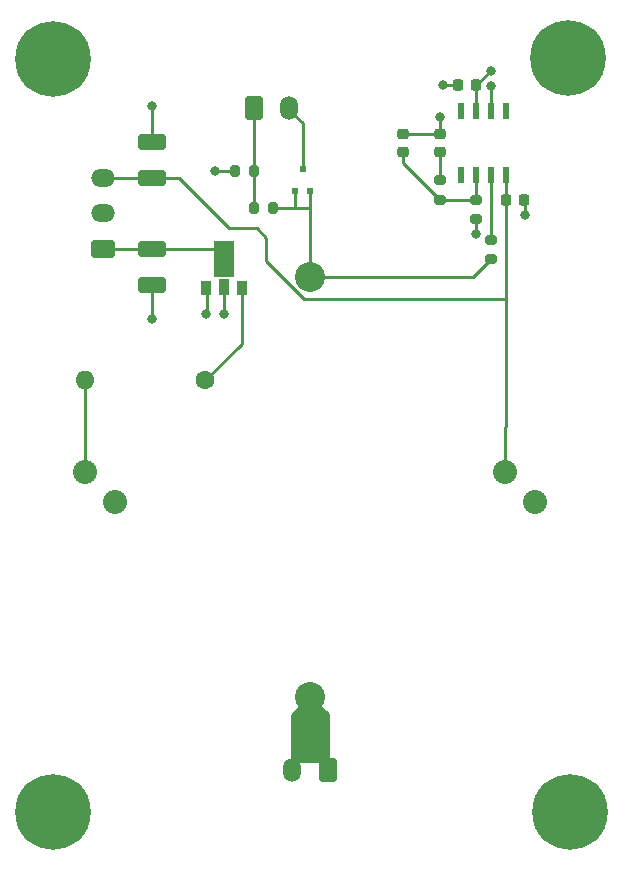
<source format=gbr>
%TF.GenerationSoftware,KiCad,Pcbnew,(6.0.11)*%
%TF.CreationDate,2023-03-01T11:44:21-05:00*%
%TF.ProjectId,DCT_HV_Widget,4443545f-4856-45f5-9769-646765742e6b,rev?*%
%TF.SameCoordinates,Original*%
%TF.FileFunction,Copper,L1,Top*%
%TF.FilePolarity,Positive*%
%FSLAX46Y46*%
G04 Gerber Fmt 4.6, Leading zero omitted, Abs format (unit mm)*
G04 Created by KiCad (PCBNEW (6.0.11)) date 2023-03-01 11:44:21*
%MOMM*%
%LPD*%
G01*
G04 APERTURE LIST*
G04 Aperture macros list*
%AMRoundRect*
0 Rectangle with rounded corners*
0 $1 Rounding radius*
0 $2 $3 $4 $5 $6 $7 $8 $9 X,Y pos of 4 corners*
0 Add a 4 corners polygon primitive as box body*
4,1,4,$2,$3,$4,$5,$6,$7,$8,$9,$2,$3,0*
0 Add four circle primitives for the rounded corners*
1,1,$1+$1,$2,$3*
1,1,$1+$1,$4,$5*
1,1,$1+$1,$6,$7*
1,1,$1+$1,$8,$9*
0 Add four rect primitives between the rounded corners*
20,1,$1+$1,$2,$3,$4,$5,0*
20,1,$1+$1,$4,$5,$6,$7,0*
20,1,$1+$1,$6,$7,$8,$9,0*
20,1,$1+$1,$8,$9,$2,$3,0*%
G04 Aperture macros list end*
%TA.AperFunction,SMDPad,CuDef*%
%ADD10RoundRect,0.225000X0.225000X0.250000X-0.225000X0.250000X-0.225000X-0.250000X0.225000X-0.250000X0*%
%TD*%
%TA.AperFunction,SMDPad,CuDef*%
%ADD11RoundRect,0.200000X-0.200000X-0.275000X0.200000X-0.275000X0.200000X0.275000X-0.200000X0.275000X0*%
%TD*%
%TA.AperFunction,SMDPad,CuDef*%
%ADD12RoundRect,0.200000X0.275000X-0.200000X0.275000X0.200000X-0.275000X0.200000X-0.275000X-0.200000X0*%
%TD*%
%TA.AperFunction,ComponentPad*%
%ADD13C,6.400000*%
%TD*%
%TA.AperFunction,SMDPad,CuDef*%
%ADD14RoundRect,0.250000X-0.925000X0.412500X-0.925000X-0.412500X0.925000X-0.412500X0.925000X0.412500X0*%
%TD*%
%TA.AperFunction,SMDPad,CuDef*%
%ADD15R,0.533400X1.460500*%
%TD*%
%TA.AperFunction,SMDPad,CuDef*%
%ADD16R,0.900000X1.300000*%
%TD*%
%TA.AperFunction,SMDPad,CuDef*%
%ADD17R,1.732000X3.125000*%
%TD*%
%TA.AperFunction,SMDPad,CuDef*%
%ADD18R,0.900000X1.475000*%
%TD*%
%TA.AperFunction,SMDPad,CuDef*%
%ADD19RoundRect,0.225000X0.250000X-0.225000X0.250000X0.225000X-0.250000X0.225000X-0.250000X-0.225000X0*%
%TD*%
%TA.AperFunction,SMDPad,CuDef*%
%ADD20RoundRect,0.200000X0.200000X0.275000X-0.200000X0.275000X-0.200000X-0.275000X0.200000X-0.275000X0*%
%TD*%
%TA.AperFunction,ComponentPad*%
%ADD21C,1.600000*%
%TD*%
%TA.AperFunction,ComponentPad*%
%ADD22O,1.600000X1.600000*%
%TD*%
%TA.AperFunction,ComponentPad*%
%ADD23RoundRect,0.250001X0.499999X0.759999X-0.499999X0.759999X-0.499999X-0.759999X0.499999X-0.759999X0*%
%TD*%
%TA.AperFunction,ComponentPad*%
%ADD24O,1.500000X2.020000*%
%TD*%
%TA.AperFunction,ComponentPad*%
%ADD25RoundRect,0.250001X0.759999X-0.499999X0.759999X0.499999X-0.759999X0.499999X-0.759999X-0.499999X0*%
%TD*%
%TA.AperFunction,ComponentPad*%
%ADD26O,2.020000X1.500000*%
%TD*%
%TA.AperFunction,ComponentPad*%
%ADD27RoundRect,0.250001X-0.499999X-0.759999X0.499999X-0.759999X0.499999X0.759999X-0.499999X0.759999X0*%
%TD*%
%TA.AperFunction,SMDPad,CuDef*%
%ADD28R,0.600000X0.550000*%
%TD*%
%TA.AperFunction,SMDPad,CuDef*%
%ADD29RoundRect,0.200000X-0.275000X0.200000X-0.275000X-0.200000X0.275000X-0.200000X0.275000X0.200000X0*%
%TD*%
%TA.AperFunction,ComponentPad*%
%ADD30C,2.032000*%
%TD*%
%TA.AperFunction,ComponentPad*%
%ADD31C,2.540000*%
%TD*%
%TA.AperFunction,ViaPad*%
%ADD32C,0.800000*%
%TD*%
%TA.AperFunction,Conductor*%
%ADD33C,0.250000*%
%TD*%
G04 APERTURE END LIST*
D10*
%TO.P,C4,1*%
%TO.N,/VP6*%
X174365000Y-76800000D03*
%TO.P,C4,2*%
%TO.N,GND*%
X172815000Y-76800000D03*
%TD*%
D11*
%TO.P,R1,1*%
%TO.N,/V_Control*%
X155575000Y-87200000D03*
%TO.P,R1,2*%
%TO.N,Net-(D1-Pad1)*%
X157225000Y-87200000D03*
%TD*%
D12*
%TO.P,R4,1*%
%TO.N,Net-(C2-Pad1)*%
X171300000Y-86500000D03*
%TO.P,R4,2*%
%TO.N,Net-(C1-Pad1)*%
X171300000Y-84850000D03*
%TD*%
D13*
%TO.P,H2,1,1*%
%TO.N,GND*%
X182200000Y-74500000D03*
%TD*%
D14*
%TO.P,C6,1*%
%TO.N,/VP6*%
X146950000Y-90650000D03*
%TO.P,C6,2*%
%TO.N,GND*%
X146950000Y-93725000D03*
%TD*%
D13*
%TO.P,H1,1,1*%
%TO.N,GND*%
X138525000Y-74600000D03*
%TD*%
%TO.P,H3,1,1*%
%TO.N,GND*%
X138525000Y-138375000D03*
%TD*%
D15*
%TO.P,U1,1,NULL*%
%TO.N,unconnected-(U1-Pad1)*%
X173095000Y-84424150D03*
%TO.P,U1,2,-IN*%
%TO.N,Net-(C2-Pad1)*%
X174365000Y-84424150D03*
%TO.P,U1,3,+IN*%
%TO.N,Net-(R6-Pad1)*%
X175635000Y-84424150D03*
%TO.P,U1,4,V-*%
%TO.N,/VM6*%
X176905000Y-84424150D03*
%TO.P,U1,5,NULL*%
%TO.N,unconnected-(U1-Pad5)*%
X176905000Y-78975850D03*
%TO.P,U1,6,OUT*%
%TO.N,Net-(C1-Pad2)*%
X175635000Y-78975850D03*
%TO.P,U1,7,V+*%
%TO.N,/VP6*%
X174365000Y-78975850D03*
%TO.P,U1,8,NC*%
%TO.N,unconnected-(U1-Pad8)*%
X173095000Y-78975850D03*
%TD*%
D16*
%TO.P,Q1,1,E*%
%TO.N,Net-(Q1-Pad1)*%
X154540000Y-93942500D03*
%TO.P,Q1,2,B*%
%TO.N,Net-(C1-Pad2)*%
X151550000Y-93942500D03*
D17*
%TO.P,Q1,3,C*%
%TO.N,/VP6*%
X153050000Y-91555000D03*
D18*
X153050000Y-93855000D03*
%TD*%
D19*
%TO.P,C1,1*%
%TO.N,Net-(C1-Pad1)*%
X171300000Y-82475000D03*
%TO.P,C1,2*%
%TO.N,Net-(C1-Pad2)*%
X171300000Y-80925000D03*
%TD*%
D20*
%TO.P,R3,1*%
%TO.N,/V_Control*%
X155575000Y-84100000D03*
%TO.P,R3,2*%
%TO.N,GND*%
X153925000Y-84100000D03*
%TD*%
D13*
%TO.P,H4,1,1*%
%TO.N,GND*%
X182300000Y-138300000D03*
%TD*%
D21*
%TO.P,R5,1*%
%TO.N,Net-(Q1-Pad1)*%
X151465000Y-101800000D03*
D22*
%TO.P,R5,2*%
%TO.N,Net-(R5-Pad2)*%
X141305000Y-101800000D03*
%TD*%
D23*
%TO.P,J3,1,Pin_1*%
%TO.N,/HV_Input*%
X161825000Y-134780000D03*
D24*
%TO.P,J3,2,Pin_2*%
X158825000Y-134780000D03*
%TD*%
D25*
%TO.P,J2,1,Pin_1*%
%TO.N,/VP6*%
X142800000Y-90650000D03*
D26*
%TO.P,J2,2,Pin_2*%
%TO.N,GND*%
X142800000Y-87650000D03*
%TO.P,J2,3,Pin_3*%
%TO.N,/VM6*%
X142800000Y-84650000D03*
%TD*%
D24*
%TO.P,J1,2,Pin_2*%
%TO.N,GND*%
X158550000Y-78720000D03*
D27*
%TO.P,J1,1,Pin_1*%
%TO.N,/V_Control*%
X155550000Y-78720000D03*
%TD*%
D28*
%TO.P,D1,1,K*%
%TO.N,Net-(D1-Pad1)*%
X159055000Y-85725000D03*
%TO.P,D1,2,K*%
X160355000Y-85725000D03*
%TO.P,D1,3,A*%
%TO.N,GND*%
X159705000Y-83875000D03*
%TD*%
D29*
%TO.P,R6,1*%
%TO.N,Net-(R6-Pad1)*%
X175600000Y-89875000D03*
%TO.P,R6,2*%
%TO.N,Net-(D1-Pad1)*%
X175600000Y-91525000D03*
%TD*%
D14*
%TO.P,C5,1*%
%TO.N,GND*%
X146950000Y-81575000D03*
%TO.P,C5,2*%
%TO.N,/VM6*%
X146950000Y-84650000D03*
%TD*%
D12*
%TO.P,R2,1*%
%TO.N,GND*%
X174365000Y-88150000D03*
%TO.P,R2,2*%
%TO.N,Net-(C2-Pad1)*%
X174365000Y-86500000D03*
%TD*%
D30*
%TO.P,U2,1*%
%TO.N,Net-(R5-Pad2)*%
X141305000Y-109530000D03*
%TO.P,U2,2*%
%TO.N,Net-(U2-Pad2)*%
X143845000Y-112070000D03*
%TO.P,U2,3*%
%TO.N,/VM6*%
X176865000Y-109530000D03*
%TO.P,U2,4*%
%TO.N,Net-(U2-Pad2)*%
X179405000Y-112070000D03*
D31*
%TO.P,U2,5*%
%TO.N,Net-(D1-Pad1)*%
X160355000Y-93020000D03*
%TO.P,U2,6*%
%TO.N,/HV_Input*%
X160355000Y-128580000D03*
%TD*%
D19*
%TO.P,C2,1*%
%TO.N,Net-(C2-Pad1)*%
X168200000Y-82475000D03*
%TO.P,C2,2*%
%TO.N,Net-(C1-Pad2)*%
X168200000Y-80925000D03*
%TD*%
D10*
%TO.P,C3,1*%
%TO.N,GND*%
X178455000Y-86500000D03*
%TO.P,C3,2*%
%TO.N,/VM6*%
X176905000Y-86500000D03*
%TD*%
D32*
%TO.N,Net-(C1-Pad2)*%
X175635000Y-76835000D03*
X171300000Y-79500000D03*
X151550000Y-96187500D03*
%TO.N,GND*%
X174400000Y-89400000D03*
X146975000Y-96575000D03*
X146950000Y-78575000D03*
X152300000Y-84100000D03*
X178500000Y-87800000D03*
X171542000Y-76800000D03*
%TO.N,/VP6*%
X153050000Y-96187500D03*
X175600000Y-75600000D03*
%TD*%
D33*
%TO.N,Net-(C1-Pad1)*%
X171300000Y-84850000D02*
X171300000Y-82475000D01*
%TO.N,Net-(C1-Pad2)*%
X151565000Y-93927500D02*
X151565000Y-96172500D01*
X171300000Y-80925000D02*
X168200000Y-80925000D01*
X171300000Y-80925000D02*
X171300000Y-79500000D01*
X175635000Y-78975850D02*
X175635000Y-76835000D01*
%TO.N,Net-(C2-Pad1)*%
X174365000Y-86500000D02*
X174365000Y-84424150D01*
X168200000Y-83400000D02*
X171300000Y-86500000D01*
X171300000Y-86500000D02*
X174365000Y-86500000D01*
X168200000Y-82475000D02*
X168200000Y-83400000D01*
%TO.N,GND*%
X174400000Y-89400000D02*
X174400000Y-88185000D01*
X178500000Y-86545000D02*
X178455000Y-86500000D01*
X159705000Y-83875000D02*
X159705000Y-80000000D01*
X174400000Y-88185000D02*
X174365000Y-88150000D01*
X172815000Y-76800000D02*
X171542000Y-76800000D01*
X153925000Y-84100000D02*
X152300000Y-84100000D01*
X146975000Y-96575000D02*
X146975000Y-93575000D01*
X146950000Y-81575000D02*
X146950000Y-78575000D01*
X159705000Y-80000000D02*
X158575000Y-78870000D01*
X178500000Y-87800000D02*
X178500000Y-86545000D01*
%TO.N,/VM6*%
X153498500Y-88925000D02*
X149223500Y-84650000D01*
X176900000Y-86505000D02*
X176905000Y-86500000D01*
X176905000Y-86500000D02*
X176905000Y-84424150D01*
X156600000Y-91675000D02*
X156600000Y-89725000D01*
X155800000Y-88925000D02*
X153498500Y-88925000D01*
X176900000Y-105730000D02*
X176900000Y-102000000D01*
X176900000Y-94900000D02*
X159825000Y-94900000D01*
X159825000Y-94900000D02*
X156600000Y-91675000D01*
X176865000Y-105765000D02*
X176865000Y-109530000D01*
X146950000Y-84650000D02*
X142800000Y-84650000D01*
X176900000Y-102000000D02*
X176900000Y-94900000D01*
X176865000Y-105765000D02*
X176900000Y-105730000D01*
X156600000Y-89725000D02*
X155800000Y-88925000D01*
X149223500Y-84650000D02*
X146950000Y-84650000D01*
X176900000Y-94900000D02*
X176900000Y-86505000D01*
%TO.N,/VP6*%
X174365000Y-76800000D02*
X174400000Y-76800000D01*
X174400000Y-76800000D02*
X175600000Y-75600000D01*
X153050000Y-91555000D02*
X153050000Y-91225000D01*
X142800000Y-90650000D02*
X146950000Y-90650000D01*
X153050000Y-91225000D02*
X152475000Y-90650000D01*
X174365000Y-78975850D02*
X174365000Y-76800000D01*
X152475000Y-90650000D02*
X146950000Y-90650000D01*
X153065000Y-93840000D02*
X153065000Y-96172500D01*
%TO.N,Net-(D1-Pad1)*%
X160355000Y-85725000D02*
X160355000Y-87145000D01*
X174105000Y-93020000D02*
X175600000Y-91525000D01*
X159055000Y-87145000D02*
X159000000Y-87200000D01*
X159055000Y-85725000D02*
X159055000Y-87145000D01*
X158800000Y-87200000D02*
X159000000Y-87200000D01*
X159000000Y-87200000D02*
X160300000Y-87200000D01*
X160355000Y-87145000D02*
X160355000Y-93020000D01*
X160300000Y-87200000D02*
X160355000Y-87145000D01*
X160355000Y-93020000D02*
X174105000Y-93020000D01*
X158800000Y-87200000D02*
X157225000Y-87200000D01*
%TO.N,/V_Control*%
X155575000Y-78870000D02*
X155575000Y-84100000D01*
X155575000Y-87200000D02*
X155575000Y-84100000D01*
%TO.N,/HV_Input*%
X158825000Y-134780000D02*
X158825000Y-130110000D01*
X158825000Y-130110000D02*
X160355000Y-128580000D01*
X161825000Y-130050000D02*
X160355000Y-128580000D01*
X161825000Y-134780000D02*
X161825000Y-130050000D01*
%TO.N,Net-(Q1-Pad1)*%
X154540000Y-98725000D02*
X151465000Y-101800000D01*
X154540000Y-93942500D02*
X154540000Y-98725000D01*
%TO.N,Net-(R5-Pad2)*%
X141305000Y-109530000D02*
X141305000Y-101800000D01*
%TO.N,Net-(R6-Pad1)*%
X175635000Y-84424150D02*
X175635000Y-89840000D01*
X175635000Y-89840000D02*
X175600000Y-89875000D01*
%TD*%
%TA.AperFunction,Conductor*%
%TO.N,/HV_Input*%
G36*
X161128254Y-129369882D02*
G01*
X161146618Y-129384039D01*
X161779920Y-129972742D01*
X161816194Y-130033771D01*
X161820132Y-130064720D01*
X161820323Y-130144229D01*
X161829696Y-134043697D01*
X161809857Y-134111866D01*
X161756314Y-134158487D01*
X161703696Y-134170000D01*
X158985077Y-134170000D01*
X158916956Y-134149998D01*
X158870463Y-134096342D01*
X158859080Y-134044926D01*
X158830399Y-130144229D01*
X158849900Y-130075963D01*
X158869112Y-130052432D01*
X159553775Y-129394796D01*
X159616760Y-129362032D01*
X159640230Y-129359670D01*
X161060003Y-129350329D01*
X161128254Y-129369882D01*
G37*
%TD.AperFunction*%
%TD*%
M02*

</source>
